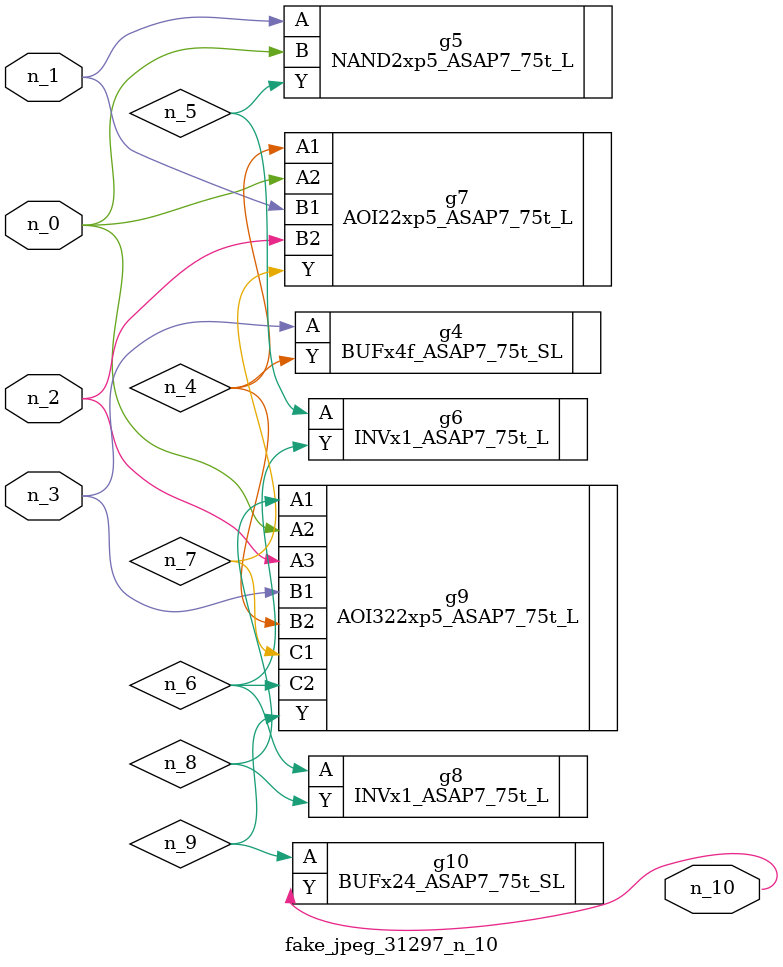
<source format=v>
module fake_jpeg_31297_n_10 (n_0, n_3, n_2, n_1, n_10);

input n_0;
input n_3;
input n_2;
input n_1;

output n_10;

wire n_4;
wire n_8;
wire n_9;
wire n_6;
wire n_5;
wire n_7;

BUFx4f_ASAP7_75t_SL g4 ( 
.A(n_3),
.Y(n_4)
);

NAND2xp5_ASAP7_75t_L g5 ( 
.A(n_1),
.B(n_0),
.Y(n_5)
);

INVx1_ASAP7_75t_L g6 ( 
.A(n_5),
.Y(n_6)
);

INVx1_ASAP7_75t_L g8 ( 
.A(n_6),
.Y(n_8)
);

AOI22xp5_ASAP7_75t_L g7 ( 
.A1(n_4),
.A2(n_0),
.B1(n_1),
.B2(n_2),
.Y(n_7)
);

AOI322xp5_ASAP7_75t_L g9 ( 
.A1(n_8),
.A2(n_0),
.A3(n_2),
.B1(n_3),
.B2(n_4),
.C1(n_7),
.C2(n_6),
.Y(n_9)
);

BUFx24_ASAP7_75t_SL g10 ( 
.A(n_9),
.Y(n_10)
);


endmodule
</source>
